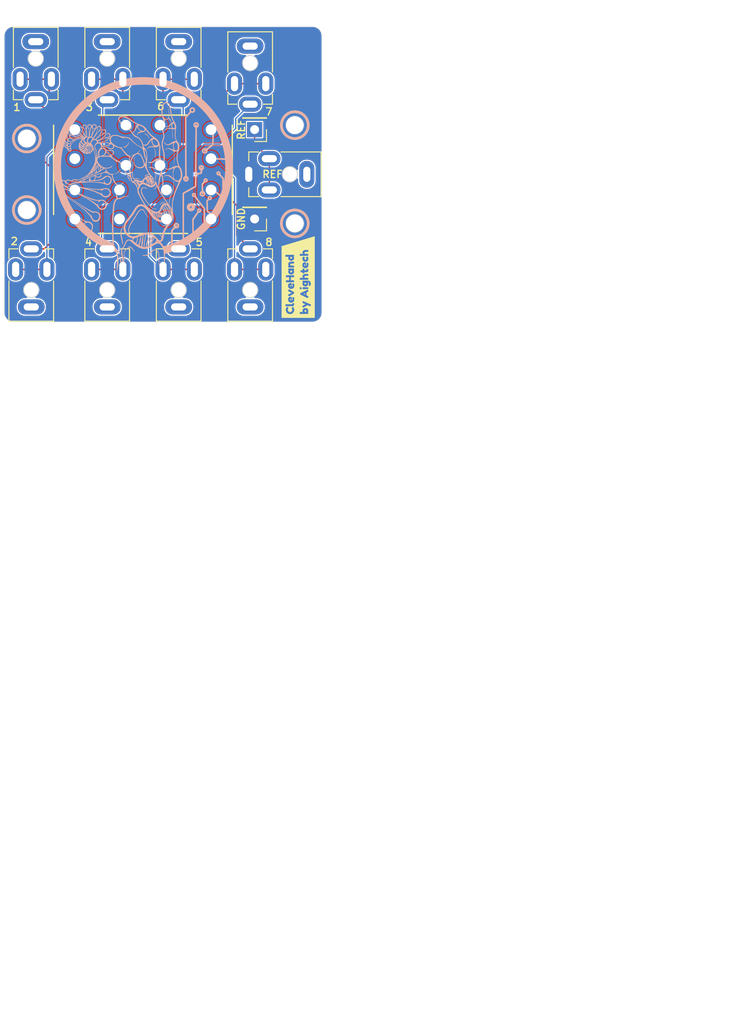
<source format=kicad_pcb>
(kicad_pcb (version 20240108) (generator "pcbnew") (generator_version "8.0")
  (title_block (title "Jack connectors") (date "2024-03-30") (rev "v2.0") (company "Aightech"))
  (layers (0 "F.Cu" signal "Front") (1 "In1.Cu" signal) (2 "In2.Cu" signal) (31 "B.Cu" signal "Back") (34 "B.Paste" user) (35 "F.Paste" user) (36 "B.SilkS" user "B.Silkscreen") (37 "F.SilkS" user "F.Silkscreen") (38 "B.Mask" user) (39 "F.Mask" user) (44 "Edge.Cuts" user))
  (net 0 "")
  (net 2 "/REF")
  (net 3 "/GND")
  (net 4 "/in1+")
  (net 5 "/in1-")
  (net 6 "/in2+")
  (net 7 "/in2-")
  (net 8 "/in3+")
  (net 9 "/in3-")
  (net 10 "/in4+")
  (net 11 "/in4-")
  (net 12 "/in5+")
  (net 13 "/in5-")
  (net 14 "/in6+")
  (net 15 "/in6-")
  (net 16 "/in7+")
  (net 17 "/in7-")
  (net 18 "/in8+")
  (net 19 "/in8-")
  (footprint "00_custom-footprints:Jack_Socket_PJ-210B" (layer "F.Cu") (at 52.000001 56.444999 180)
    (property "Reference" "J8" (hide yes))
    (property "Value" "jack2.5_PJ-210B" (hide yes))
    (fp_circle (center 0 3.5) (end 0.85 3.5) (stroke (width 0.1)) (fill none) (layer "Edge.Cuts"))
    (pad "1" thru_hole roundrect (at 1.75 5.8 180) (size 1.7 2.5) (drill oval 0.8 1.7) (layers "*.Cu" "*.Mask") (roundrect_rratio 0.4705882353) (net 19 "/in8-"))
    (pad "2" thru_hole roundrect (at 0 8.1 270) (size 1.7 2.5) (drill oval 0.8 1.7) (layers "*.Cu" "*.Mask") (roundrect_rratio 0.4705882353) (net 18 "/in8+"))
    (pad "3" thru_hole roundrect (at -1.75 5.8 180) (size 1.7 2.5) (drill oval 0.8 1.7) (layers "*.Cu" "*.Mask") (roundrect_rratio 0.4705882353) (net 19 "/in8-"))
    (pad "6" thru_hole roundrect (at 0 1.6 270) (size 1.7 3) (drill oval 0.8 1.7) (layers "*.Cu" "*.Mask") (roundrect_rratio 0.4705882353))
  )
  (footprint "00_custom-footprints:Jack_Socket_PJ-210B" (layer "F.Cu") (at 28.000001 23.555)
    (property "Reference" "J1" (hide yes))
    (property "Value" "jack2.5_PJ-210B" (hide yes))
    (fp_circle (center 0 3.5) (end 0.85 3.5) (stroke (width 0.1)) (fill none) (layer "Edge.Cuts"))
    (pad "1" thru_hole roundrect (at 1.75 5.8) (size 1.7 2.5) (drill oval 0.8 1.7) (layers "*.Cu" "*.Mask") (roundrect_rratio 0.4705882353) (net 5 "/in1-"))
    (pad "2" thru_hole roundrect (at 0 8.1 90) (size 1.7 2.5) (drill oval 0.8 1.7) (layers "*.Cu" "*.Mask") (roundrect_rratio 0.4705882353) (net 4 "/in1+"))
    (pad "3" thru_hole roundrect (at -1.75 5.8) (size 1.7 2.5) (drill oval 0.8 1.7) (layers "*.Cu" "*.Mask") (roundrect_rratio 0.4705882353) (net 5 "/in1-"))
    (pad "6" thru_hole roundrect (at 0 1.6 90) (size 1.7 3) (drill oval 0.8 1.7) (layers "*.Cu" "*.Mask") (roundrect_rratio 0.4705882353))
  )
  (footprint "00_custom-footprints:Jack_Socket_PJ-210B" (layer "F.Cu") (at 59.945 40 -90)
    (property "Reference" "J9" (hide yes))
    (property "Value" "jack2.5_PJ-210B" (hide yes))
    (fp_circle (center 0 3.5) (end 0.85 3.5) (stroke (width 0.1)) (fill none) (layer "Edge.Cuts"))
    (pad "1" thru_hole roundrect (at 1.75 5.8 270) (size 1.7 2.5) (drill oval 0.8 1.7) (layers "*.Cu" "*.Mask") (roundrect_rratio 0.4705882353) (net 2 "/REF"))
    (pad "2" thru_hole roundrect (at 0 8.1) (size 1.7 2.5) (drill oval 0.8 1.7) (layers "*.Cu" "*.Mask") (roundrect_rratio 0.4705882353) (net 3 "/GND"))
    (pad "3" thru_hole roundrect (at -1.75 5.8 270) (size 1.7 2.5) (drill oval 0.8 1.7) (layers "*.Cu" "*.Mask") (roundrect_rratio 0.4705882353) (net 2 "/REF"))
    (pad "6" thru_hole roundrect (at 0 1.6) (size 1.7 3) (drill oval 0.8 1.7) (layers "*.Cu" "*.Mask") (roundrect_rratio 0.4705882353))
  )
  (footprint "00_custom-footprints:Jack_Socket_PJ-210B" (layer "F.Cu") (at 52.000001 24.055)
    (property "Reference" "J7" (hide yes))
    (property "Value" "jack2.5_PJ-210B" (hide yes))
    (fp_circle (center 0 3.5) (end 0.85 3.5) (stroke (width 0.1)) (fill none) (layer "Edge.Cuts"))
    (pad "1" thru_hole roundrect (at 1.75 5.8) (size 1.7 2.5) (drill oval 0.8 1.7) (layers "*.Cu" "*.Mask") (roundrect_rratio 0.4705882353) (net 17 "/in7-"))
    (pad "2" thru_hole roundrect (at 0 8.1 90) (size 1.7 2.5) (drill oval 0.8 1.7) (layers "*.Cu" "*.Mask") (roundrect_rratio 0.4705882353) (net 16 "/in7+"))
    (pad "3" thru_hole roundrect (at -1.75 5.8) (size 1.7 2.5) (drill oval 0.8 1.7) (layers "*.Cu" "*.Mask") (roundrect_rratio 0.4705882353) (net 17 "/in7-"))
    (pad "6" thru_hole roundrect (at 0 1.6 90) (size 1.7 3) (drill oval 0.8 1.7) (layers "*.Cu" "*.Mask") (roundrect_rratio 0.4705882353))
  )
  (footprint "00_custom-footprints:Jack_Socket_PJ-210B" (layer "F.Cu") (at 44.000001 23.555)
    (property "Reference" "J6" (hide yes))
    (property "Value" "jack2.5_PJ-210B" (hide yes))
    (fp_circle (center 0 3.5) (end 0.85 3.5) (stroke (width 0.1)) (fill none) (layer "Edge.Cuts"))
    (pad "1" thru_hole roundrect (at 1.75 5.8) (size 1.7 2.5) (drill oval 0.8 1.7) (layers "*.Cu" "*.Mask") (roundrect_rratio 0.4705882353) (net 15 "/in6-"))
    (pad "2" thru_hole roundrect (at 0 8.1 90) (size 1.7 2.5) (drill oval 0.8 1.7) (layers "*.Cu" "*.Mask") (roundrect_rratio 0.4705882353) (net 14 "/in6+"))
    (pad "3" thru_hole roundrect (at -1.75 5.8) (size 1.7 2.5) (drill oval 0.8 1.7) (layers "*.Cu" "*.Mask") (roundrect_rratio 0.4705882353) (net 15 "/in6-"))
    (pad "6" thru_hole roundrect (at 0 1.6 90) (size 1.7 3) (drill oval 0.8 1.7) (layers "*.Cu" "*.Mask") (roundrect_rratio 0.4705882353))
  )
  (footprint "00_custom-footprints:Jack_Socket_PJ-210B" (layer "F.Cu") (at 27.500001 56.445 180)
    (property "Reference" "J2" (hide yes))
    (property "Value" "jack2.5_PJ-210B" (hide yes))
    (fp_circle (center 0 3.5) (end 0.85 3.5) (stroke (width 0.1)) (fill none) (layer "Edge.Cuts"))
    (pad "1" thru_hole roundrect (at 1.75 5.8 180) (size 1.7 2.5) (drill oval 0.8 1.7) (layers "*.Cu" "*.Mask") (roundrect_rratio 0.4705882353) (net 7 "/in2-"))
    (pad "2" thru_hole roundrect (at 0 8.1 270) (size 1.7 2.5) (drill oval 0.8 1.7) (layers "*.Cu" "*.Mask") (roundrect_rratio 0.4705882353) (net 6 "/in2+"))
    (pad "3" thru_hole roundrect (at -1.75 5.8 180) (size 1.7 2.5) (drill oval 0.8 1.7) (layers "*.Cu" "*.Mask") (roundrect_rratio 0.4705882353) (net 7 "/in2-"))
    (pad "6" thru_hole roundrect (at 0 1.6 270) (size 1.7 3) (drill oval 0.8 1.7) (layers "*.Cu" "*.Mask") (roundrect_rratio 0.4705882353))
  )
  (footprint "00_custom-footprints:Jack_Socket_PJ-210B" (layer "F.Cu") (at 44.000001 56.444999 180)
    (property "Reference" "J5" (hide yes))
    (property "Value" "jack2.5_PJ-210B" (hide yes))
    (fp_circle (center 0 3.5) (end 0.85 3.5) (stroke (width 0.1)) (fill none) (layer "Edge.Cuts"))
    (pad "1" thru_hole roundrect (at 1.75 5.8 180) (size 1.7 2.5) (drill oval 0.8 1.7) (layers "*.Cu" "*.Mask") (roundrect_rratio 0.4705882353) (net 13 "/in5-"))
    (pad "2" thru_hole roundrect (at 0 8.1 270) (size 1.7 2.5) (drill oval 0.8 1.7) (layers "*.Cu" "*.Mask") (roundrect_rratio 0.4705882353) (net 12 "/in5+"))
    (pad "3" thru_hole roundrect (at -1.75 5.8 180) (size 1.7 2.5) (drill oval 0.8 1.7) (layers "*.Cu" "*.Mask") (roundrect_rratio 0.4705882353) (net 13 "/in5-"))
    (pad "6" thru_hole roundrect (at 0 1.6 270) (size 1.7 3) (drill oval 0.8 1.7) (layers "*.Cu" "*.Mask") (roundrect_rratio 0.4705882353))
  )
  (footprint "00_custom-footprints:Jack_Socket_PJ-210B" (layer "F.Cu") (at 36.000001 23.555)
    (property "Reference" "J3" (hide yes))
    (property "Value" "jack2.5_PJ-210B" (hide yes))
    (fp_circle (center 0 3.5) (end 0.85 3.5) (stroke (width 0.1)) (fill none) (layer "Edge.Cuts"))
    (pad "1" thru_hole roundrect (at 1.75 5.8) (size 1.7 2.5) (drill oval 0.8 1.7) (layers "*.Cu" "*.Mask") (roundrect_rratio 0.4705882353) (net 9 "/in3-"))
    (pad "2" thru_hole roundrect (at 0 8.1 90) (size 1.7 2.5) (drill oval 0.8 1.7) (layers "*.Cu" "*.Mask") (roundrect_rratio 0.4705882353) (net 8 "/in3+"))
    (pad "3" thru_hole roundrect (at -1.75 5.8) (size 1.7 2.5) (drill oval 0.8 1.7) (layers "*.Cu" "*.Mask") (roundrect_rratio 0.4705882353) (net 9 "/in3-"))
    (pad "6" thru_hole roundrect (at 0 1.6 90) (size 1.7 3) (drill oval 0.8 1.7) (layers "*.Cu" "*.Mask") (roundrect_rratio 0.4705882353))
  )
  (footprint "kibuzzard-6607178A" (layer "F.Cu") (at 57.375 51.5 90)
    (property "Reference" "kibuzzard-6607178A" (hide yes))
    (property "Value" "G***" (hide yes))
  )
  (footprint "Connector_PinHeader_2.54mm:PinHeader_1x01_P2.54mm_Vertical" (layer "F.Cu") (at 52.500001 45 180)
    (property "Reference" "J10" (hide yes))
    (property "Value" "Conn_01x01_Pin" (hide yes))
    (pad "1" thru_hole rect (at 0 0 180) (size 1.7 1.7) (drill 1) (layers "*.Cu" "*.Mask") (net 3 "/GND"))
  )
  (footprint "Connector_PinHeader_2.54mm:PinHeader_1x01_P2.54mm_Vertical" (layer "F.Cu") (at 52.500001 35 180)
    (property "Reference" "J11" (hide yes))
    (property "Value" "Conn_01x01_Pin" (hide yes))
    (pad "1" thru_hole rect (at 0 0 180) (size 1.7 1.7) (drill 1) (layers "*.Cu" "*.Mask") (net 2 "/REF"))
  )
  (footprint "00_custom-footprints:Jack_Socket_PJ-210B" (layer "F.Cu") (at 36.000001 56.444999 180)
    (property "Reference" "J4" (hide yes))
    (property "Value" "jack2.5_PJ-210B" (hide yes))
    (fp_circle (center 0 3.5) (end 0.85 3.5) (stroke (width 0.1)) (fill none) (layer "Edge.Cuts"))
    (pad "1" thru_hole roundrect (at 1.75 5.8 180) (size 1.7 2.5) (drill oval 0.8 1.7) (layers "*.Cu" "*.Mask") (roundrect_rratio 0.4705882353) (net 10 "/in4+"))
    (pad "2" thru_hole roundrect (at 0 8.1 270) (size 1.7 2.5) (drill oval 0.8 1.7) (layers "*.Cu" "*.Mask") (roundrect_rratio 0.4705882353) (net 11 "/in4-"))
    (pad "3" thru_hole roundrect (at -1.75 5.8 180) (size 1.7 2.5) (drill oval 0.8 1.7) (layers "*.Cu" "*.Mask") (roundrect_rratio 0.4705882353) (net 10 "/in4+"))
    (pad "6" thru_hole roundrect (at 0 1.6 270) (size 1.7 3) (drill oval 0.8 1.7) (layers "*.Cu" "*.Mask") (roundrect_rratio 0.4705882353))
  )
  (footprint "00_custom-footprints:logo_aightech" (layer "B.Cu") (at 40 40 180)
    (property "Reference" "REF**" (hide yes))
    (property "Value" "logo_aightech" (hide yes))
  )
  (footprint "00_custom-footprints:Pin_D1.2mm_pogo" (layer "B.Cu") (at 41.905001 34.5 -90)
    (property "Reference" "J25" (hide yes))
    (property "Value" "Conn_01x01_Pin" (hide yes))
    (pad "1" thru_hole circle (at 0 0 270) (size 1.8 1.8) (drill 1.2) (layers "*.Cu" "*.Mask") (net 15 "/in6-"))
  )
  (footprint "00_custom-footprints:Pin_D1.2mm_pogo" (layer "B.Cu") (at 32.375001 35 90)
    (property "Reference" "J21" (hide yes))
    (property "Value" "Conn_01x01_Pin" (hide yes))
    (pad "1" thru_hole circle (at 0 0 90) (size 1.8 1.8) (drill 1.2) (layers "*.Cu" "*.Mask") (net 7 "/in2-"))
  )
  (footprint "00_custom-footprints:Pin_D1.2mm_pogo" (layer "B.Cu") (at 38.095001 39 90)
    (property "Reference" "J14" (hide yes))
    (property "Value" "Conn_01x01_Pin" (hide yes))
    (pad "1" thru_hole circle (at 0 0 90) (size 1.8 1.8) (drill 1.2) (layers "*.Cu" "*.Mask") (net 8 "/in3+"))
  )
  (footprint "00_custom-footprints:Pin_D1.2mm_pogo" (layer "B.Cu") (at 32.375001 38.25 90)
    (property "Reference" "J20" (hide yes))
    (property "Value" "Conn_01x01_Pin" (hide yes))
    (pad "1" thru_hole circle (at 0 0 90) (size 1.8 1.8) (drill 1.2) (layers "*.Cu" "*.Mask") (net 5 "/in1-"))
  )
  (footprint "00_custom-footprints:Pin_D1.2mm_pogo" (layer "B.Cu") (at 47.625001 45 -90)
    (property "Reference" "J18" (hide yes))
    (property "Value" "Conn_01x01_Pin" (hide yes))
    (pad "1" thru_hole circle (at 0 0 270) (size 1.8 1.8) (drill 1.2) (layers "*.Cu" "*.Mask") (net 16 "/in7+"))
  )
  (footprint "00_custom-footprints:Pin_D1.2mm_pogo" (layer "B.Cu") (at 37.375001 41.75 90)
    (property "Reference" "J23" (hide yes))
    (property "Value" "Conn_01x01_Pin" (hide yes))
    (pad "1" thru_hole circle (at 0 0 90) (size 1.8 1.8) (drill 1.2) (layers "*.Cu" "*.Mask") (net 11 "/in4-"))
  )
  (footprint "00_custom-footprints:Pin_D1.2mm_pogo" (layer "B.Cu") (at 42.625001 45 -90)
    (property "Reference" "J16" (hide yes))
    (property "Value" "Conn_01x01_Pin" (hide yes))
    (pad "1" thru_hole circle (at 0 0 270) (size 1.8 1.8) (drill 1.2) (layers "*.Cu" "*.Mask") (net 12 "/in5+"))
  )
  (footprint "00_custom-footprints:Pin_D1.2mm_pogo" (layer "B.Cu") (at 32.375001 41.75 90)
    (property "Reference" "J12" (hide yes))
    (property "Value" "Conn_01x01_Pin" (hide yes))
    (pad "1" thru_hole circle (at 0 0 90) (size 1.8 1.8) (drill 1.2) (layers "*.Cu" "*.Mask") (net 4 "/in1+"))
  )
  (footprint "00_custom-footprints:Pin_D1.2mm_pogo" (layer "B.Cu") (at 47.625001 38.25 -90)
    (property "Reference" "J27" (hide yes))
    (property "Value" "Conn_01x01_Pin" (hide yes))
    (pad "1" thru_hole circle (at 0 0 270) (size 1.8 1.8) (drill 1.2) (layers "*.Cu" "*.Mask") (net 19 "/in8-"))
  )
  (footprint "00_custom-footprints:Pin_D1.2mm_pogo" (layer "B.Cu") (at 32.375001 45 90)
    (property "Reference" "J13" (hide yes))
    (property "Value" "Conn_01x01_Pin" (hide yes))
    (pad "1" thru_hole circle (at 0 0 90) (size 1.8 1.8) (drill 1.2) (layers "*.Cu" "*.Mask") (net 6 "/in2+"))
  )
  (footprint "00_custom-footprints:Pin_D1.2mm_pogo" (layer "B.Cu") (at 42.625001 41.75 -90)
    (property "Reference" "J24" (hide yes))
    (property "Value" "Conn_01x01_Pin" (hide yes))
    (pad "1" thru_hole circle (at 0 0 270) (size 1.8 1.8) (drill 1.2) (layers "*.Cu" "*.Mask") (net 13 "/in5-"))
  )
  (footprint "00_custom-footprints:Pin_D1.2mm_pogo" (layer "B.Cu") (at 47.625001 35 -90)
    (property "Reference" "J26" (hide yes))
    (property "Value" "Conn_01x01_Pin" (hide yes))
    (pad "1" thru_hole circle (at 0 0 270) (size 1.8 1.8) (drill 1.2) (layers "*.Cu" "*.Mask") (net 17 "/in7-"))
  )
  (footprint "00_custom-footprints:Pin_D1.2mm_pogo" (layer "B.Cu") (at 37.375001 45 90)
    (property "Reference" "J15" (hide yes))
    (property "Value" "Conn_01x01_Pin" (hide yes))
    (pad "1" thru_hole circle (at 0 0 90) (size 1.8 1.8) (drill 1.2) (layers "*.Cu" "*.Mask") (net 10 "/in4+"))
  )
  (footprint "00_custom-footprints:Pin_D1.2mm_pogo" (layer "B.Cu") (at 41.905001 39 -90)
    (property "Reference" "J17" (hide yes))
    (property "Value" "Conn_01x01_Pin" (hide yes))
    (pad "1" thru_hole circle (at 0 0 270) (size 1.8 1.8) (drill 1.2) (layers "*.Cu" "*.Mask") (net 14 "/in6+"))
  )
  (footprint "00_custom-footprints:Pin_D1.2mm_pogo" (layer "B.Cu") (at 38.095001 34.5 90)
    (property "Reference" "J22" (hide yes))
    (property "Value" "Conn_01x01_Pin" (hide yes))
    (pad "1" thru_hole circle (at 0 0 90) (size 1.8 1.8) (drill 1.2) (layers "*.Cu" "*.Mask") (net 9 "/in3-"))
  )
  (footprint "00_custom-footprints:Pin_D1.2mm_pogo" (layer "B.Cu") (at 47.625001 41.75 -90)
    (property "Reference" "J19" (hide yes))
    (property "Value" "Conn_01x01_Pin" (hide yes))
    (pad "1" thru_hole circle (at 0 0 270) (size 1.8 1.8) (drill 1.2) (layers "*.Cu" "*.Mask") (net 18 "/in8+"))
  )
  (gr_circle (center 27.000001 44) (end 27 42.5) (stroke (width 0.3)) (fill none) (layer "B.SilkS"))
  (gr_circle (center 27 36) (end 27 34.5) (stroke (width 0.3)) (fill none) (layer "B.SilkS"))
  (gr_circle (center 57 45.5) (end 57 44) (stroke (width 0.3)) (fill none) (layer "B.SilkS"))
  (gr_circle (center 57 34.500001) (end 57 32.999999) (stroke (width 0.3)) (fill none) (layer "B.SilkS"))
  (gr_circle (center 27.000001 44) (end 27.000001 45.5) (stroke (width 0.3)) (fill none) (layer "F.SilkS"))
  (gr_circle (center 57.000001 45.5) (end 57.000001 47) (stroke (width 0.3)) (fill none) (layer "F.SilkS"))
  (gr_line (start 30.000001 44.5) (end 30.000001 34.5) (stroke (width 0.1524)) (layer "F.SilkS"))
  (gr_line (start 45.000001 46.625) (end 35.000001 46.625) (stroke (width 0.1524)) (layer "F.SilkS"))
  (gr_circle (center 57.000001 34.5) (end 57.000001 36) (stroke (width 0.3)) (fill none) (layer "F.SilkS"))
  (gr_circle (center 27.000001 36) (end 27.000001 37.5) (stroke (width 0.3)) (fill none) (layer "F.SilkS"))
  (gr_line (start 45.000001 33.375) (end 35.000001 33.375) (stroke (width 0.1524)) (layer "F.SilkS"))
  (gr_line (start 50.000001 44.5) (end 50.000001 34.5) (stroke (width 0.1524)) (layer "F.SilkS"))
  (gr_line (start 59.000005 56.499993) (end 25.500001 56.499999) (stroke (width 0.0381)) (layer "Edge.Cuts"))
  (gr_line (start 25.500001 23.500001) (end 59.000002 23.499998) (stroke (width 0.0381)) (layer "Edge.Cuts"))
  (gr_line (start 24.500003 24.499999) (end 24.500002 55.5) (stroke (width 0.0381)) (layer "Edge.Cuts"))
  (gr_circle (center 27.000001 36) (end 27.000002 37) (stroke (width 0.0381)) (fill none) (layer "Edge.Cuts"))
  (gr_circle (center 27.000001 44) (end 27.000002 45) (stroke (width 0.0381)) (fill none) (layer "Edge.Cuts"))
  (gr_arc (start 24.500003 24.499999) (mid 24.792896 23.792894) (end 25.500001 23.500001) (stroke (width 0.0381)) (layer "Edge.Cuts"))
  (gr_arc (start 25.500001 56.499999) (mid 24.792896 56.207107) (end 24.500003 55.500002) (stroke (width 0.0381)) (layer "Edge.Cuts"))
  (gr_line (start 60 24.499999) (end 60.000001 55.499993) (stroke (width 0.0381)) (layer "Edge.Cuts"))
  (gr_arc (start 59.000002 23.500001) (mid 59.707107 23.792894) (end 60 24.499999) (stroke (width 0.0381)) (layer "Edge.Cuts"))
  (gr_circle (center 57.000001 45.5) (end 57.000002 46.5) (stroke (width 0.0381)) (fill none) (layer "Edge.Cuts"))
  (gr_arc (start 60.000001 55.499993) (mid 59.707112 56.207103) (end 59.000005 56.499993) (stroke (width 0.0381)) (layer "Edge.Cuts"))
  (gr_circle (center 57.000001 34.5) (end 57.000002 35.5) (stroke (width 0.0381)) (fill none) (layer "Edge.Cuts"))
  (gr_text "REF" (at 51.000001 35 90) (layer "F.SilkS") (effects (font (size 0.8128 0.8128) (thickness 0.1524) (bold yes))))
  (gr_text "3" (at 34.000001 32.5 0) (layer "F.SilkS") (effects (font (size 0.8128 0.8128) (thickness 0.1524) (bold yes))))
  (gr_text "1" (at 25.900001 32.5 0) (layer "F.SilkS") (effects (font (size 0.8128 0.8128) (thickness 0.1524) (bold yes))))
  (gr_text "2" (at 25.600001 47.5 0) (layer "F.SilkS") (effects (font (size 0.8128 0.8128) (thickness 0.1524) (bold yes))))
  (gr_text "5" (at 46.300001 47.6 0) (layer "F.SilkS") (effects (font (size 0.8128 0.8128) (thickness 0.1524) (bold yes))))
  (gr_text "GND" (at 51.000001 45 90) (layer "F.SilkS") (effects (font (size 0.8128 0.8128) (thickness 0.1524) (bold yes))))
  (gr_text "REF" (at 54.500001 40 0) (layer "F.SilkS") (effects (font (size 0.8128 0.8128) (thickness 0.1524) (bold yes))))
  (gr_text "8" (at 54.100001 47.6 0) (layer "F.SilkS") (effects (font (size 0.8128 0.8128) (thickness 0.1524) (bold yes))))
  (gr_text "6" (at 42.000001 32.4 0) (layer "F.SilkS") (effects (font (size 0.8128 0.8128) (thickness 0.1524) (bold yes))))
  (gr_text "7" (at 54.100001 33 0) (layer "F.SilkS") (effects (font (size 0.8128 0.8128) (thickness 0.1524) (bold yes))))
  (gr_text "4" (at 33.900001 47.6 0) (layer "F.SilkS") (effects (font (size 0.8128 0.8128) (thickness 0.1524) (bold yes))))
  (segment (start 52.500001 35) (end 52.500001 36.605001) (width 0.127) (layer "F.Cu") (net 2))
  (segment (start 54.145 38.25) (end 54.145 41.75) (width 0.127) (layer "F.Cu") (net 2))
  (segment (start 52.500001 36.605001) (end 54.145 38.25) (width 0.127) (layer "F.Cu") (net 2))
  (segment (start 52.500001 40.655001) (end 51.845 40) (width 0.127) (layer "F.Cu") (net 3))
  (segment (start 52.500001 45) (end 52.500001 40.655001) (width 0.127) (layer "F.Cu") (net 3))
  (segment (start 29.000001 32.655) (end 28.000001 31.655) (width 0.1524) (layer "F.Cu") (net 4))
  (segment (start 32.175002 41.75) (end 29.000001 38.574999) (width 0.1524) (layer "F.Cu") (net 4))
  (segment (start 29.000001 38.574999) (end 29.000001 32.655) (width 0.1524) (layer "F.Cu") (net 4))
  (segment (start 32.175002 38.25) (end 31.250001 38.25) (width 0.1524) (layer "F.Cu") (net 5))
  (segment (start 29.500001 36.5) (end 29.500001 29.605) (width 0.1524) (layer "F.Cu") (net 5))
  (segment (start 29.500001 29.605) (end 29.750001 29.355) (width 0.1524) (layer "F.Cu") (net 5))
  (segment (start 26.250001 29.355) (end 29.750001 29.355) (width 0.1524) (layer "F.Cu") (net 5))
  (segment (start 31.250001 38.25) (end 29.500001 36.5) (width 0.1524) (layer "F.Cu") (net 5))
  (segment (start 28.955002 48.345) (end 27.500001 48.345) (width 0.1524) (layer "F.Cu") (net 6))
  (segment (start 32.175002 45.125) (end 28.955002 48.345) (width 0.1524) (layer "F.Cu") (net 6))
  (segment (start 29.250001 50.645) (end 25.750001 50.645) (width 0.1524) (layer "F.Cu") (net 7))
  (segment (start 32.125002 35) (end 32.300001 35) (width 0.1524) (layer "F.Cu") (net 7))
  (segment (start 32.375001 35) (end 32.300001 35) (width 0.1524) (layer "B.Cu") (net 7))
  (segment (start 32.300001 35) (end 29.250001 38.05) (width 0.1524) (layer "B.Cu") (net 7))
  (segment (start 29.250001 38.05) (end 29.250001 50.645) (width 0.1524) (layer "B.Cu") (net 7))
  (segment (start 37.250001 38.25) (end 37.300001 38.3) (width 0.1524) (layer "F.Cu") (net 8))
  (segment (start 35.500001 36.875001) (end 35.500001 32.155) (width 0.1524) (layer "B.Cu") (net 8))
  (segment (start 37.625 39) (end 35.500001 36.875001) (width 0.1524) (layer "B.Cu") (net 8))
  (segment (start 35.500001 32.155) (end 36.000001 31.655) (width 0.1524) (layer "B.Cu") (net 8))
  (segment (start 38.095001 39) (end 37.625 39) (width 0.1524) (layer "B.Cu") (net 8))
  (segment (start 38.095001 34.5) (end 37.750001 34.155) (width 0.1524) (layer "F.Cu") (net 9))
  (segment (start 37.750001 34.155) (end 37.750001 29.355) (width 0.1524) (layer "F.Cu") (net 9))
  (segment (start 34.250001 29.355) (end 37.750001 29.355) (width 0.1524) (layer "F.Cu") (net 9))
  (segment (start 37.750001 50.644999) (end 34.250001 50.644999) (width 0.1524) (layer "F.Cu") (net 10))
  (segment (start 37.750001 45.699999) (end 37.750001 50.644999) (width 0.1524) (layer "F.Cu") (net 10))
  (segment (start 37.175002 45.125) (end 37.750001 45.699999) (width 0.1524) (layer "F.Cu") (net 10))
  (segment (start 35.375001 43.75) (end 35.375001 47.719999) (width 0.1524) (layer "B.Cu") (net 11))
  (segment (start 37.375001 41.75) (end 35.375001 43.75) (width 0.1524) (layer "B.Cu") (net 11))
  (segment (start 35.375001 47.719999) (end 36.000001 48.344999) (width 0.1524) (layer "B.Cu") (net 11))
  (segment (start 42.950001 45.125) (end 42.950001 47.294999) (width 0.1524) (layer "F.Cu") (net 12))
  (segment (start 42.950001 47.294999) (end 44.000001 48.344999) (width 0.1524) (layer "F.Cu") (net 12))
  (segment (start 42.250001 50.644999) (end 45.750001 50.644999) (width 0.1524) (layer "F.Cu") (net 13))
  (segment (start 42.950001 41.75) (end 42.750001 41.75) (width 0.1524) (layer "F.Cu") (net 13))
  (segment (start 40.750001 49.144999) (end 42.250001 50.644999) (width 0.1524) (layer "B.Cu") (net 13))
  (segment (start 42.250001 42.25) (end 40.750001 43.75) (width 0.1524) (layer "B.Cu") (net 13))
  (segment (start 40.750001 43.75) (end 40.750001 49.144999) (width 0.1524) (layer "B.Cu") (net 13))
  (segment (start 42.850001 38.25) (end 42.800001 38.3) (width 0.1524) (layer "F.Cu") (net 14))
  (segment (start 41.905001 39) (end 42.375 39) (width 0.1524) (layer "B.Cu") (net 14))
  (segment (start 44.500001 36.874999) (end 44.500001 32.155) (width 0.1524) (layer "B.Cu") (net 14))
  (segment (start 44.500001 32.155) (end 44.000001 31.655) (width 0.1524) (layer "B.Cu") (net 14))
  (segment (start 42.375 39) (end 44.500001 36.874999) (width 0.1524) (layer "B.Cu") (net 14))
  (segment (start 42.250001 34.155) (end 42.250001 29.355) (width 0.1524) (layer "F.Cu") (net 15))
  (segment (start 42.250001 29.355) (end 45.750001 29.355) (width 0.1524) (layer "F.Cu") (net 15))
  (segment (start 41.905001 34.5) (end 42.250001 34.155) (width 0.1524) (layer "F.Cu") (net 15))
  (segment (start 47.95 45.125) (end 47.775001 45.125) (width 0.1524) (layer "F.Cu") (net 16))
  (segment (start 48.625001 36.625) (end 50.375001 34.875) (width 0.1524) (layer "B.Cu") (net 16))
  (segment (start 47.700001 45.075) (end 45.875001 43.25) (width 0.1524) (layer "B.Cu") (net 16))
  (segment (start 47.700001 45.2) (end 47.700001 45.075) (width 0.1524) (layer "B.Cu") (net 16))
  (segment (start 45.875001 37.625) (end 46.875001 36.625) (width 0.1524) (layer "B.Cu") (net 16))
  (segment (start 45.875001 43.25) (end 45.875001 37.625) (width 0.1524) (layer "B.Cu") (net 16))
  (segment (start 46.875001 36.625) (end 48.625001 36.625) (width 0.1524) (layer "B.Cu") (net 16))
  (segment (start 50.375001 34.875) (end 50.375001 33.78) (width 0.1524) (layer "B.Cu") (net 16))
  (segment (start 50.375001 33.78) (end 52.000001 32.155) (width 0.1524) (layer "B.Cu") (net 16))
  (segment (start 50.250001 29.855) (end 53.750001 29.855) (width 0.1524) (layer "F.Cu") (net 17))
  (segment (start 47.95 35) (end 47.95 32.155001) (width 0.1524) (layer "F.Cu") (net 17))
  (segment (start 47.95 32.155001) (end 50.250001 29.855) (width 0.1524) (layer "F.Cu") (net 17))
  (segment (start 50.500001 46.844999) (end 52.000001 48.344999) (width 0.1524) (layer "F.Cu") (net 18))
  (segment (start 50.500001 43.5) (end 50.500001 46.844999) (width 0.1524) (layer "F.Cu") (net 18))
  (segment (start 47.95 41.75) (end 48.750001 41.75) (width 0.1524) (layer "F.Cu") (net 18))
  (segment (start 48.750001 41.75) (end 50.500001 43.5) (width 0.1524) (layer "F.Cu") (net 18))
  (segment (start 48.050001 38.25) (end 48.100001 38.3) (width 0.1524) (layer "F.Cu") (net 19))
  (segment (start 50.250001 50.644999) (end 53.750001 50.644999) (width 0.1524) (layer "F.Cu") (net 19))
  (segment (start 47.95 38.25) (end 48.050001 38.25) (width 0.1524) (layer "F.Cu") (net 19))
  (segment (start 47.625001 38.25) (end 48.050001 38.25) (width 0.1524) (layer "B.Cu") (net 19))
  (segment (start 48.050001 38.25) (end 50.250001 40.45) (width 0.1524) (layer "B.Cu") (net 19))
  (segment (start 50.250001 40.45) (end 50.250001 50.644999) (width 0.1524) (layer "B.Cu") (net 19))
  (zone (net 7) (net_name "/in2-") (layer "F.Cu") (connect_pads yes (clearance 0.127)) (min_thickness 0.25) (fill yes (thermal_gap 0.5) (thermal_bridge_width 0.5))
    (polygon (pts (xy 34.750001 33.5) (xy 30.000001 33.5) (xy 30.000001 36.5) (xy 34.750001 36.5)))
  )
  (zone (net 9) (net_name "/in3-") (layer "F.Cu") (connect_pads yes (clearance 0.127)) (min_thickness 0.25) (fill yes (thermal_gap 0.5) (thermal_bridge_width 0.5))
    (polygon (pts (xy 39.750001 33.5) (xy 35.000001 33.5) (xy 35.000001 36.5) (xy 39.750001 36.5)))
  )
  (zone (net 10) (net_name "/in4+") (layer "F.Cu") (connect_pads yes (clearance 0.127)) (min_thickness 0.25) (fill yes (thermal_gap 0.5) (thermal_bridge_width 0.5))
    (polygon (pts (xy 39.750001 43.5) (xy 35.000001 43.5) (xy 35.000001 46.5) (xy 39.750001 46.5)))
  )
  (zone (net 11) (net_name "/in4-") (layer "F.Cu") (connect_pads yes (clearance 0.127)) (min_thickness 0.25) (fill yes (thermal_gap 0.5) (thermal_bridge_width 0.5))
    (polygon (pts (xy 39.750001 40.25) (xy 35.000001 40.25) (xy 35.000001 43.25) (xy 39.750001 43.25)))
  )
  (zone (net 6) (net_name "/in2+") (layer "F.Cu") (connect_pads yes (clearance 0.127)) (min_thickness 0.25) (fill yes (thermal_gap 0.5) (thermal_bridge_width 0.5))
    (polygon (pts (xy 34.750001 43.5) (xy 30.000001 43.5) (xy 30.000001 46.5) (xy 34.750001 46.5)))
  )
  (zone (net 14) (net_name "/in6+") (layer "F.Cu") (connect_pads yes (clearance 0.127)) (min_thickness 0.25) (fill yes (thermal_gap 0.5) (thermal_bridge_width 0.5))
    (polygon (pts (xy 45 36.75) (xy 40.25 36.75) (xy 40.25 39.75) (xy 45 39.75)))
  )
  (zone (net 18) (net_name "/in8+") (layer "F.Cu") (connect_pads yes (clearance 0.127)) (min_thickness 0.25) (fill yes (thermal_gap 0.5) (thermal_bridge_width 0.5))
    (polygon (pts (xy 50.019051 40.25) (xy 45.269051 40.25) (xy 45.269051 43.25) (xy 50.019051 43.25)))
  )
  (zone (net 4) (net_name "/in1+") (layer "F.Cu") (connect_pads yes (clearance 0.127)) (min_thickness 0.25) (fill yes (thermal_gap 0.5) (thermal_bridge_width 0.5))
    (polygon (pts (xy 34.750001 40.25) (xy 30.000001 40.25) (xy 30.000001 43.25) (xy 34.750001 43.25)))
  )
  (zone (net 19) (net_name "/in8-") (layer "F.Cu") (connect_pads yes (clearance 0.127)) (min_thickness 0.25) (fill yes (thermal_gap 0.5) (thermal_bridge_width 0.5))
    (polygon (pts (xy 50.01905 36.75) (xy 45.26905 36.75) (xy 45.26905 39.75) (xy 50.01905 39.75)))
  )
  (zone (net 8) (net_name "/in3+") (layer "F.Cu") (connect_pads yes (clearance 0.127)) (min_thickness 0.25) (fill yes (thermal_gap 0.5) (thermal_bridge_width 0.5))
    (polygon (pts (xy 39.75 36.75) (xy 35 36.75) (xy 35 39.75) (xy 39.75 39.75)))
  )
  (zone (net 5) (net_name "/in1-") (layer "F.Cu") (connect_pads yes (clearance 0.127)) (min_thickness 0.25) (fill yes (thermal_gap 0.5) (thermal_bridge_width 0.5))
    (polygon (pts (xy 34.750002 36.75) (xy 30.000002 36.75) (xy 30.000002 39.75) (xy 34.750002 39.75)))
  )
  (zone (net 16) (net_name "/in7+") (layer "F.Cu") (connect_pads yes (clearance 0.127)) (min_thickness 0.25) (fill yes (thermal_gap 0.5) (thermal_bridge_width 0.5))
    (polygon (pts (xy 50.019051 43.5) (xy 45.269051 43.5) (xy 45.269051 46.5) (xy 50.019051 46.5)))
  )
  (zone (net 15) (net_name "/in6-") (layer "F.Cu") (connect_pads yes (clearance 0.127)) (min_thickness 0.25) (fill yes (thermal_gap 0.5) (thermal_bridge_width 0.5))
    (polygon (pts (xy 45.000001 33.5) (xy 40.250001 33.5) (xy 40.250001 36.5) (xy 45.000001 36.5)))
  )
  (zone (net 12) (net_name "/in5+") (layer "F.Cu") (connect_pads yes (clearance 0.127)) (min_thickness 0.25) (fill yes (thermal_gap 0.5) (thermal_bridge_width 0.5))
    (polygon (pts (xy 45.000001 43.5) (xy 40.250001 43.5) (xy 40.250001 46.5) (xy 45.000001 46.5)))
  )
  (zone (net 17) (net_name "/in7-") (layer "F.Cu") (connect_pads yes (clearance 0.127)) (min_thickness 0.25) (fill yes (thermal_gap 0.5) (thermal_bridge_width 0.5))
    (polygon (pts (xy 50.019051 33.5) (xy 45.269051 33.5) (xy 45.269051 36.5) (xy 50.019051 36.5)))
  )
  (zone (net 13) (net_name "/in5-") (layer "F.Cu") (connect_pads yes (clearance 0.127)) (min_thickness 0.25) (fill yes (thermal_gap 0.5) (thermal_bridge_width 0.5))
    (polygon (pts (xy 45.000001 40.25) (xy 40.250001 40.25) (xy 40.250001 43.25) (xy 45.000001 43.25)))
  )
  (zone (net 3) (net_name "/GND") (layers "In1.Cu" "In2.Cu" "B.Cu") (priority 1) (connect_pads yes (clearance 0.127)) (min_thickness 0.25) (fill yes (thermal_gap 0.5) (thermal_bridge_width 0.5))
    (polygon (pts (xy 24.000001 23) (xy 60.500001 23) (xy 60.500001 57) (xy 24.000001 57)))
  )
)
</source>
